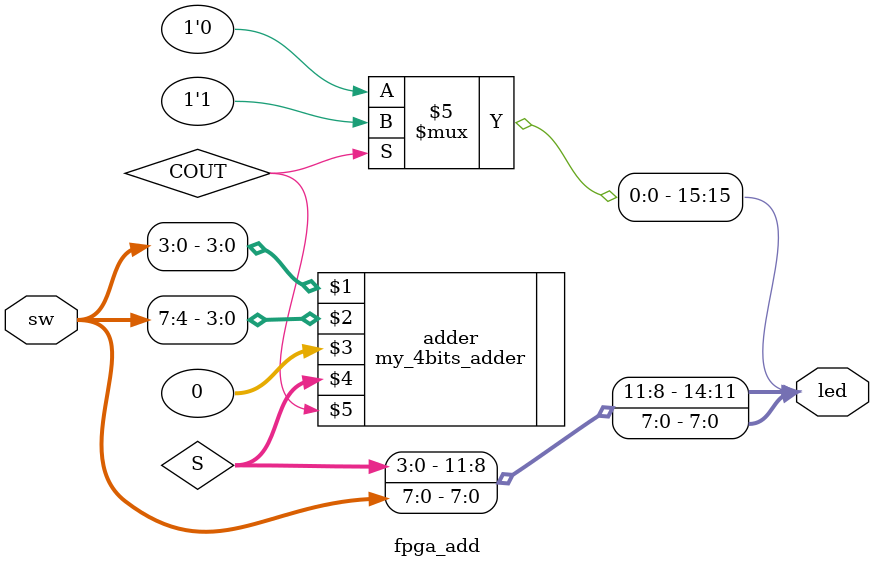
<source format=v>
`timescale 1ns / 1ps


module fpga_add(
    input [7:0]sw,
    output reg [15:0]led
    );
    
    wire [3:0]S;
    wire COUT;
    
    my_4bits_adder adder (sw[3:0], sw[7:4], 0, S[3:0], COUT); // sw[3:0] represents 4 bit number A, sw[7:4] represents B
   
    always @ (*)
    begin
        led[7:0] = sw[7:0];
        led[14:11] = S[3:0];
        if (COUT == 1'b1)
            led[15] = 1;
        else
            led[15] = 0;
    end
endmodule

</source>
